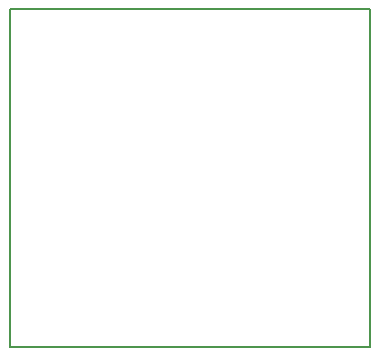
<source format=gm1>
G04 #@! TF.FileFunction,Profile,NP*
%FSLAX46Y46*%
G04 Gerber Fmt 4.6, Leading zero omitted, Abs format (unit mm)*
G04 Created by KiCad (PCBNEW 4.0.2+e4-6225~38~ubuntu16.04.1-stable) date Sat 16 Jul 2016 01:47:43 AM PDT*
%MOMM*%
G01*
G04 APERTURE LIST*
%ADD10C,0.150000*%
G04 APERTURE END LIST*
D10*
X137160000Y-80645000D02*
X137160000Y-76200000D01*
X106680000Y-80645000D02*
X137160000Y-80645000D01*
X106680000Y-76200000D02*
X106680000Y-80645000D01*
X137160000Y-52070000D02*
X106680000Y-52070000D01*
X137160000Y-76200000D02*
X137160000Y-52070000D01*
X106680000Y-52070000D02*
X106680000Y-76200000D01*
M02*

</source>
